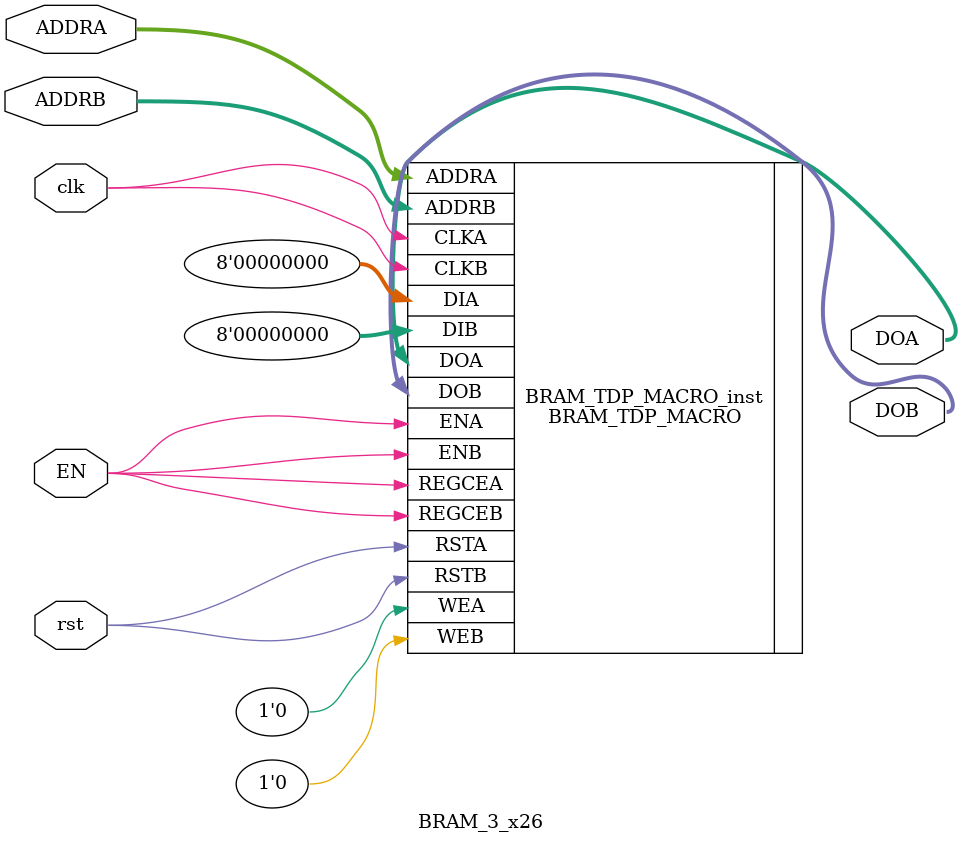
<source format=v>

module BRAM_3_x26(
    input [9:0] ADDRA,
    input [9:0] ADDRB,
    input clk,
    input rst, input EN,
    output [7:0] DOA,
    output [7:0] DOB
    );



// Spartan-6
// Xilinx HDL Libraries Guide, version 14.7
//////////////////////////////////////////////////////////////////////////
// DATA_WIDTH_A/B | BRAM_SIZE | RAM Depth | ADDRA/B Width | WEA/B Width //
// ===============|===========|===========|===============|=============//
// 19-36 | "18Kb" | 512 | 9-bit | 4-bit //
// 10-18 | "18Kb" | 1024 | 10-bit | 2-bit //
// 10-18 | "9Kb" | 512 | 9-bit | 2-bit //
// 5-9 | "18Kb" | 2048 | 11-bit | 1-bit //
// 5-9 | "9Kb" | 1024 | 10-bit | 1-bit //
// 3-4 | "18Kb" | 4096 | 12-bit | 1-bit //
// 3-4 | "9Kb" | 2048 | 11-bit | 1-bit //
// 2 | "18Kb" | 8192 | 13-bit | 1-bit //
// 2 | "9Kb" | 4096 | 12-bit | 1-bit //
// 1 | "18Kb" | 16384 | 14-bit | 1-bit //
// 1 | "9Kb" | 8192 | 12-bit | 1-bit //
//////////////////////////////////////////////////////////////////////////
BRAM_TDP_MACRO #(
	.BRAM_SIZE("9Kb"), // Target BRAM: "9Kb" or "18Kb"
	.DEVICE("SPARTAN6"), // Target device: "VIRTEX5", "VIRTEX6", "SPARTAN6"
	.DOA_REG(1), // Optional port A output register (0 or 1)
	.DOB_REG(1), // Optional port B output register (0 or 1)
	.INIT_A(36'h0123), // Initial values on port A output port
	.INIT_B(36'h3210), // Initial values on port B output port
	.INIT_FILE ("NONE"),
		.READ_WIDTH_A (8), // Valid values are 1-36
	.READ_WIDTH_B (8), // Valid values are 1-36
	.SIM_COLLISION_CHECK ("NONE"), // Collision check enable "ALL", "WARNING_ONLY",
	// "GENERATE_X_ONLY" or "NONE"
	.SRVAL_A(36'h00000000), // Set/Reset value for port A output
	.SRVAL_B(36'h00000000), // Set/Reset value for port B output
	.WRITE_MODE_A("WRITE_FIRST"), // "WRITE_FIRST", "READ_FIRST", or "NO_CHANGE"
	.WRITE_MODE_B("WRITE_FIRST"), // "WRITE_FIRST", "READ_FIRST", or "NO_CHANGE"
	.WRITE_WIDTH_A(8), // Valid values are 1-36
	.WRITE_WIDTH_B(8), // Valid values are 1-36
	
.INIT_00(256'hD21EAD61ECC596BF000000000000000001E404E1000000000000000000000000),
.INIT_01(256'h4E368AF2532ADCA528617F366DC074D92BD78C70D82534C99470DA3E00000000),
.INIT_02(256'h28DA21D392F73A5F19276F51C28E105C940335A200000000CAB86E1C00000000),
.INIT_03(256'hE0405DFD2BF879AA9100BF2E5D5A999E94FC98F0A0BB435880F065158C6A8365),
.INIT_04(256'hB389E0DADBCE273276421A2E44BA827C6B868469EF2DAF6DE12B4B8100000000),
.INIT_05(256'hC14F29A76B2E6227730E4835E5B63A6963972EDAF4CB586794BA705E00000000),
.INIT_06(256'h5D41170BF0B1B1F0495B3C2EE14B9A3053D477F003D92CF6B414D575DEC6B1A9),
.INIT_07(256'h6F2191DF52A5E91EF845D568A647CB2A651DEC9474B5B8790BA92B8946B826D8),
.INIT_08(256'h25E95A961B326148F7F7F7F7F7F7F7F7F613F316F7F7F7F7F7F7F7F7F7F7F7F7),
.INIT_09(256'hB9C17D05A4DD2B52DF9688C19A37832EDC207B872FD2C33E63872DC9F7F7F7F7),
.INIT_0A(256'hDF2DD6246500CDA8EED098A63579E7AB63F4C255F7F7F7F73D4F99EBF7F7F7F7),
.INIT_0B(256'h17B7AA0ADC0F8E5D66F748D9AAAD6E69630B6F07574CB4AF770792E27B9D7492),
.INIT_0C(256'h447E172D2C39D0C581B5EDD9B34D758B9C71739E18DA589A16DCBC76F7F7F7F7),
.INIT_0D(256'h36B8DE509CD995D084F9BFC21241CD9E9460D92D033CAF90634D87A9F7F7F7F7),
.INIT_0E(256'hAAB6E0FC07464607BEACCBD916BC6DC7A4238007F42EDB0143E322822931465E),
.INIT_0F(256'h98D66628A5521EE90FB2229F51B03CDD92EA1B6383424F8EFC5EDC7EB14FD12F),
.INIT_10(256'h07B234818AE3BDD40000000000000000924E964A000000000000000000000000),
.INIT_11(256'h53915C9E1B17020EEB4A1CBD2192C477E1F93C24EF3924F29381819300000000),
.INIT_12(256'h93A694A14D7EC2F13ABA0E8E82D83A607274FAFC000000000BD1875D00000000),
.INIT_13(256'hAE6B00C526F712C307A151F7E6882E40FEBB3A7F83D2DD8CD897D39CD35446C1),
.INIT_14(256'h3A2E392D7C222779932348F8E7C160465E05EDB67362988900965CCA00000000),
.INIT_15(256'h8DEEB2D1CBF0BE85E8F9C4D59306F1649B04F16EEF28CF0856D2189C00000000),
.INIT_16(256'h277F88D077BF0CC420DC57ABA9190EBE99D43E7311CC62BF2CAC64E462AEFA36),
.INIT_17(256'h9B339D35587298B2EF35FA20FA7E2DA9C1CF2A24830FAE22584D9782D398DE95),
.INIT_18(256'hF045C3767D144A23F7F7F7F7F7F7F7F765B961BDF7F7F7F7F7F7F7F7F7F7F7F7),
.INIT_19(256'hA466AB69ECE0F5F91CBDEB4AD6653380160ECBD318CED30564767664F7F7F7F7),
.INIT_1A(256'h64516356BA893506CD4DF979752FCD9785830D0BF7F7F7F7FC2670AAF7F7F7F7),
.INIT_1B(256'h599CF732D100E534F056A600117FD9B7094CCD8874252A7B2F60246B24A3B136),
.INIT_1C(256'hCDD9CEDA8BD5D08E64D4BF0F103697B1A9F21A4184956F7EF761AB3DF7F7F7F7),
.INIT_1D(256'h7A1945263C0749721F0E332264F106936CF3069918DF38FFA125EF6BF7F7F7F7),
.INIT_1E(256'hD0887F278048FB33D72BA05C5EEEF9496E23C984E63B9548DB5B931395590DC1),
.INIT_1F(256'h6CC46AC2AF856F4518C20DD70D89DA5E3638DDD374F859D5AFBA6075246F2962),



	
	//===============================================================================
	
	.INIT_20(256'h0000000000000000000000000000000000000000000000000000000000000000),
	.INIT_21(256'h0000000000000000000000000000000000000000000000000000000000000000),
	.INIT_22(256'h0000000000000000000000000000000000000000000000000000000000000000),
	.INIT_23(256'h0000000000000000000000000000000000000000000000000000000000000000),
	.INIT_24(256'h0000000000000000000000000000000000000000000000000000000000000000),
	.INIT_25(256'h0000000000000000000000000000000000000000000000000000000000000000),
	.INIT_26(256'h0000000000000000000000000000000000000000000000000000000000000000),
	.INIT_27(256'h0000000000000000000000000000000000000000000000000000000000000000),
	.INIT_28(256'h0000000000000000000000000000000000000000000000000000000000000000),
	.INIT_29(256'h0000000000000000000000000000000000000000000000000000000000000000),
	.INIT_2A(256'h0000000000000000000000000000000000000000000000000000000000000000),
	.INIT_2B(256'h0000000000000000000000000000000000000000000000000000000000000000),
	.INIT_2C(256'h0000000000000000000000000000000000000000000000000000000000000000),
	.INIT_2D(256'h0000000000000000000000000000000000000000000000000000000000000000),
	.INIT_2E(256'h0000000000000000000000000000000000000000000000000000000000000000),
	.INIT_2F(256'h0000000000000000000000000000000000000000000000000000000000000000),
	.INIT_30(256'h0000000000000000000000000000000000000000000000000000000000000000),
	.INIT_31(256'h0000000000000000000000000000000000000000000000000000000000000000),
	.INIT_32(256'h0000000000000000000000000000000000000000000000000000000000000000),
	.INIT_33(256'h0000000000000000000000000000000000000000000000000000000000000000),
	.INIT_34(256'h0000000000000000000000000000000000000000000000000000000000000000),
	.INIT_35(256'h0000000000000000000000000000000000000000000000000000000000000000),
	.INIT_36(256'h0000000000000000000000000000000000000000000000000000000000000000),
	.INIT_37(256'h0000000000000000000000000000000000000000000000000000000000000000),
	.INIT_38(256'h0000000000000000000000000000000000000000000000000000000000000000),
	.INIT_39(256'h0000000000000000000000000000000000000000000000000000000000000000),
	.INIT_3A(256'h0000000000000000000000000000000000000000000000000000000000000000),
	.INIT_3B(256'h0000000000000000000000000000000000000000000000000000000000000000),
	.INIT_3C(256'h0000000000000000000000000000000000000000000000000000000000000000),
	.INIT_3D(256'h0000000000000000000000000000000000000000000000000000000000000000),
	.INIT_3E(256'h0000000000000000000000000000000000000000000000000000000000000000),
	.INIT_3F(256'h0000000000000000000000000000000000000000000000000000000000000000),


	// The next set of INITP_xx are for the parity bits
	.INITP_00(256'h0000000000000000000000000000000000000000000000000000000000000000),
	.INITP_01(256'h0000000000000000000000000000000000000000000000000000000000000000),
	.INITP_02(256'h0000000000000000000000000000000000000000000000000000000000000000),
	.INITP_03(256'h0000000000000000000000000000000000000000000000000000000000000000),
	// The next set of INITP_xx are for "18Kb" configuration only
	.INITP_04(256'h0000000000000000000000000000000000000000000000000000000000000000),
	.INITP_05(256'h0000000000000000000000000000000000000000000000000000000000000000),
	.INITP_06(256'h0000000000000000000000000000000000000000000000000000000000000000),
	.INITP_07(256'h0000000000000000000000000000000000000000000000000000000000000000)
) BRAM_TDP_MACRO_inst (
	.DOA(DOA), // Output port-A data, width defined by READ_WIDTH_A parameter
	.DOB(DOB), // Output port-B data, width defined by READ_WIDTH_B parameter
	.ADDRA(ADDRA), // Input port-A address, width defined by Port A depth
	.ADDRB(ADDRB), // Input port-B address, width defined by Port B depth
	.CLKA(clk), // 1-bit input port-A clock
	.CLKB(clk), // 1-bit input port-B clock
		.DIA(8'h0), // Input port-A data, width defined by WRITE_WIDTH_A parameter
	.DIB(8'h0), // Input port-B data, width defined by WRITE_WIDTH_B parameter
	.ENA(EN), // 1-bit input port-A enable
	.ENB(EN), // 1-bit input port-B enable
	.REGCEA(EN), // 1-bit input port-A output register enable
	.REGCEB(EN), // 1-bit input port-B output register enable
	.RSTA(rst), // 1-bit input port-A reset
	.RSTB(rst), // 1-bit input port-B reset
	.WEA(1'b0), // Input port-A write enable, width defined by Port A depth
	.WEB(1'b0) // Input port-B write enable, width defined by Port B depth
);
// End of BRAM_TDP_MACRO_inst instantiation
endmodule

</source>
